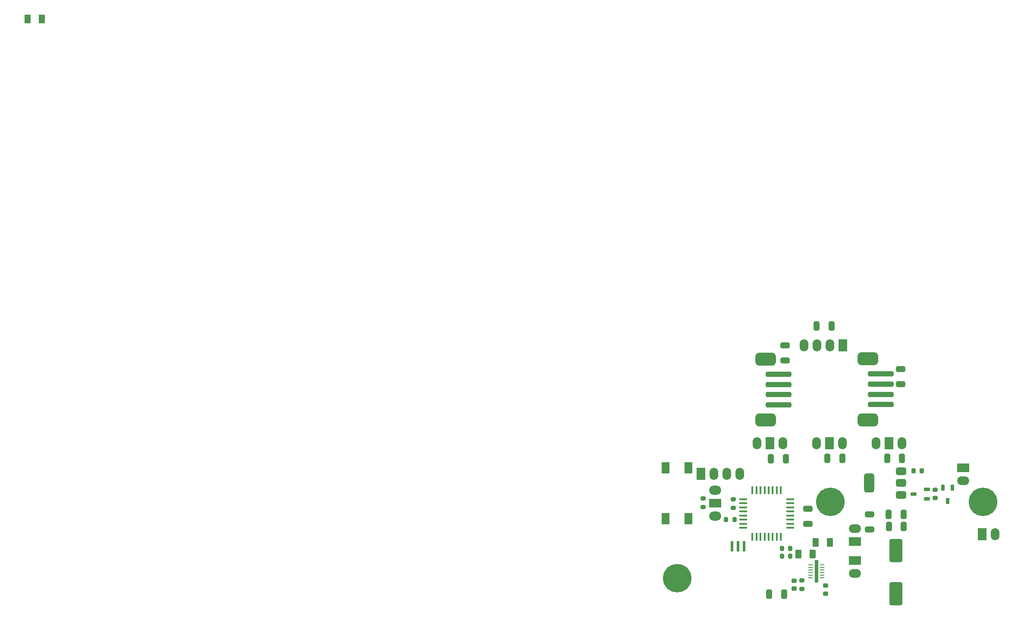
<source format=gbr>
%TF.GenerationSoftware,KiCad,Pcbnew,9.0.6*%
%TF.CreationDate,2026-01-16T11:33:55+01:00*%
%TF.ProjectId,Sumositoire_reborn,53756d6f-7369-4746-9f69-72655f726562,rev?*%
%TF.SameCoordinates,Original*%
%TF.FileFunction,Soldermask,Top*%
%TF.FilePolarity,Negative*%
%FSLAX46Y46*%
G04 Gerber Fmt 4.6, Leading zero omitted, Abs format (unit mm)*
G04 Created by KiCad (PCBNEW 9.0.6) date 2026-01-16 11:33:55*
%MOMM*%
%LPD*%
G01*
G04 APERTURE LIST*
G04 Aperture macros list*
%AMRoundRect*
0 Rectangle with rounded corners*
0 $1 Rounding radius*
0 $2 $3 $4 $5 $6 $7 $8 $9 X,Y pos of 4 corners*
0 Add a 4 corners polygon primitive as box body*
4,1,4,$2,$3,$4,$5,$6,$7,$8,$9,$2,$3,0*
0 Add four circle primitives for the rounded corners*
1,1,$1+$1,$2,$3*
1,1,$1+$1,$4,$5*
1,1,$1+$1,$6,$7*
1,1,$1+$1,$8,$9*
0 Add four rect primitives between the rounded corners*
20,1,$1+$1,$2,$3,$4,$5,0*
20,1,$1+$1,$4,$5,$6,$7,0*
20,1,$1+$1,$6,$7,$8,$9,0*
20,1,$1+$1,$8,$9,$2,$3,0*%
G04 Aperture macros list end*
%ADD10RoundRect,0.250000X-0.325000X-0.650000X0.325000X-0.650000X0.325000X0.650000X-0.325000X0.650000X0*%
%ADD11C,5.600000*%
%ADD12RoundRect,0.200000X0.275000X-0.200000X0.275000X0.200000X-0.275000X0.200000X-0.275000X-0.200000X0*%
%ADD13O,1.700000X2.400000*%
%ADD14R,1.700000X2.400000*%
%ADD15RoundRect,0.162500X0.447500X0.162500X-0.447500X0.162500X-0.447500X-0.162500X0.447500X-0.162500X0*%
%ADD16RoundRect,0.250000X0.650000X-0.325000X0.650000X0.325000X-0.650000X0.325000X-0.650000X-0.325000X0*%
%ADD17RoundRect,0.225000X-0.225000X-0.250000X0.225000X-0.250000X0.225000X0.250000X-0.225000X0.250000X0*%
%ADD18RoundRect,0.200000X-0.275000X0.200000X-0.275000X-0.200000X0.275000X-0.200000X0.275000X0.200000X0*%
%ADD19RoundRect,0.200000X-0.200000X-0.275000X0.200000X-0.275000X0.200000X0.275000X-0.200000X0.275000X0*%
%ADD20R,0.600000X2.100000*%
%ADD21RoundRect,0.250000X0.325000X0.650000X-0.325000X0.650000X-0.325000X-0.650000X0.325000X-0.650000X0*%
%ADD22RoundRect,0.162500X-0.162500X0.447500X-0.162500X-0.447500X0.162500X-0.447500X0.162500X0.447500X0*%
%ADD23RoundRect,0.250000X0.375000X0.625000X-0.375000X0.625000X-0.375000X-0.625000X0.375000X-0.625000X0*%
%ADD24RoundRect,0.625000X1.375000X-0.625000X1.375000X0.625000X-1.375000X0.625000X-1.375000X-0.625000X0*%
%ADD25RoundRect,0.250000X2.250000X-0.250000X2.250000X0.250000X-2.250000X0.250000X-2.250000X-0.250000X0*%
%ADD26O,2.400000X1.800000*%
%ADD27R,2.400000X1.800000*%
%ADD28R,0.901500X0.289380*%
%ADD29R,0.901500X0.289000*%
%ADD30R,0.901500X0.279400*%
%ADD31R,0.901500X0.290780*%
%ADD32R,0.901500X0.290400*%
%ADD33R,0.800050X4.400000*%
%ADD34R,0.901500X0.290020*%
%ADD35R,0.901500X0.288620*%
%ADD36RoundRect,0.375000X0.625000X0.375000X-0.625000X0.375000X-0.625000X-0.375000X0.625000X-0.375000X0*%
%ADD37RoundRect,0.500000X0.500000X1.400000X-0.500000X1.400000X-0.500000X-1.400000X0.500000X-1.400000X0*%
%ADD38RoundRect,0.250000X-1.000000X2.000000X-1.000000X-2.000000X1.000000X-2.000000X1.000000X2.000000X0*%
%ADD39R,1.500000X0.450000*%
%ADD40R,0.450000X1.500000*%
%ADD41R,1.500000X2.200000*%
%ADD42RoundRect,0.250000X-0.650000X0.325000X-0.650000X-0.325000X0.650000X-0.325000X0.650000X0.325000X0*%
%ADD43RoundRect,0.225000X0.250000X-0.225000X0.250000X0.225000X-0.250000X0.225000X-0.250000X-0.225000X0*%
%ADD44RoundRect,0.250000X-0.375000X-0.625000X0.375000X-0.625000X0.375000X0.625000X-0.375000X0.625000X0*%
%ADD45R,2.400000X1.700000*%
%ADD46O,2.400000X1.700000*%
G04 APERTURE END LIST*
D10*
%TO.C,C7*%
X155785000Y-61430000D03*
X158735000Y-61430000D03*
%TD*%
D11*
%TO.C,H1*%
X128500000Y-111000000D03*
%TD*%
D12*
%TO.C,R3*%
X139500000Y-97150000D03*
X139500000Y-95500000D03*
%TD*%
D13*
%TO.C,J1*%
X140775000Y-90525000D03*
X138235000Y-90525000D03*
X135695000Y-90525000D03*
D14*
X133155000Y-90525000D03*
%TD*%
D15*
%TO.C,S2*%
X177490000Y-95420000D03*
X177490000Y-93520000D03*
X174870000Y-94470000D03*
%TD*%
D16*
%TO.C,C9*%
X172330000Y-72880000D03*
X172330000Y-69930000D03*
%TD*%
D11*
%TO.C,H2*%
X158500000Y-96000000D03*
%TD*%
D17*
%TO.C,C2*%
X174900000Y-89890000D03*
X176450000Y-89890000D03*
%TD*%
D14*
%TO.C,J5*%
X160990000Y-65270000D03*
D13*
X158450000Y-65270000D03*
X155910000Y-65270000D03*
X153370000Y-65270000D03*
%TD*%
D18*
%TO.C,R11*%
X179070000Y-93615000D03*
X179070000Y-95265000D03*
%TD*%
%TO.C,R2*%
X152922500Y-111429300D03*
X152922500Y-113079300D03*
%TD*%
D12*
%TO.C,R1*%
X133500000Y-97000000D03*
X133500000Y-95350000D03*
%TD*%
D16*
%TO.C,C14*%
X154075000Y-100325000D03*
X154075000Y-97375000D03*
%TD*%
D19*
%TO.C,R5*%
X138050000Y-99475000D03*
X139700000Y-99475000D03*
%TD*%
D20*
%TO.C,Y1*%
X139225000Y-104725000D03*
X140425000Y-104725000D03*
X141625000Y-104725000D03*
%TD*%
D11*
%TO.C,H3*%
X188500000Y-96000000D03*
%TD*%
D21*
%TO.C,C12*%
X149460000Y-114080000D03*
X146510000Y-114080000D03*
%TD*%
D22*
%TO.C,S1*%
X182480000Y-93170000D03*
X180580000Y-93170000D03*
X181530000Y-95790000D03*
%TD*%
D21*
%TO.C,C6*%
X149800000Y-87550000D03*
X146850000Y-87550000D03*
%TD*%
D23*
%TO.C,D1*%
X155040000Y-106270000D03*
X152240000Y-106270000D03*
%TD*%
D24*
%TO.C,J13*%
X165887500Y-79880000D03*
X165887500Y-67880000D03*
D25*
X168437500Y-76880000D03*
X168437500Y-74880000D03*
X168437500Y-72880000D03*
X168437500Y-70880000D03*
%TD*%
D19*
%TO.C,R10*%
X149020000Y-105150000D03*
X150670000Y-105150000D03*
%TD*%
D26*
%TO.C,U5*%
X135900000Y-93725000D03*
D27*
X135900000Y-96265000D03*
D26*
X135900000Y-98805000D03*
%TD*%
D21*
%TO.C,C8*%
X160895000Y-87430000D03*
X157945000Y-87430000D03*
%TD*%
D23*
%TO.C,D2*%
X158420000Y-103970000D03*
X155620000Y-103970000D03*
%TD*%
D28*
%TO.C,U4*%
X156934250Y-110873990D03*
D29*
X156934250Y-110373800D03*
D30*
X156934250Y-109878220D03*
D31*
X156934250Y-109374690D03*
D32*
X156934250Y-108874500D03*
D33*
X155784975Y-109629300D03*
D34*
X156934250Y-108374310D03*
D30*
X154635750Y-108379620D03*
X154635750Y-108880000D03*
D31*
X154635750Y-109374690D03*
D35*
X154635750Y-109873610D03*
D29*
X154635750Y-110373800D03*
D30*
X154635750Y-110878980D03*
%TD*%
D36*
%TO.C,U3*%
X172440000Y-94610000D03*
X172440000Y-92310000D03*
D37*
X166140000Y-92310000D03*
D36*
X172440000Y-90010000D03*
%TD*%
D38*
%TO.C,C1*%
X171410105Y-105550000D03*
X171410105Y-114050000D03*
%TD*%
D39*
%TO.C,U1*%
X141410000Y-95480000D03*
X141410000Y-96280000D03*
X141410000Y-97080000D03*
X141410000Y-97880000D03*
X141410000Y-98680000D03*
X141410000Y-99480000D03*
X141410000Y-100280000D03*
X141410000Y-101080000D03*
D40*
X143210000Y-102880000D03*
X144010000Y-102880000D03*
X144810000Y-102880000D03*
X145610000Y-102880000D03*
X146410000Y-102880000D03*
X147210000Y-102880000D03*
X148010000Y-102880000D03*
X148810000Y-102880000D03*
D39*
X150610000Y-101080000D03*
X150610000Y-100280000D03*
X150610000Y-99480000D03*
X150610000Y-98680000D03*
X150610000Y-97880000D03*
X150610000Y-97080000D03*
X150610000Y-96280000D03*
X150610000Y-95480000D03*
D40*
X148810000Y-93680000D03*
X148010000Y-93680000D03*
X147210000Y-93680000D03*
X146410000Y-93680000D03*
X145610000Y-93680000D03*
X144810000Y-93680000D03*
X144010000Y-93680000D03*
X143210000Y-93680000D03*
%TD*%
D13*
%TO.C,J11*%
X190875000Y-102325000D03*
D14*
X188335000Y-102325000D03*
%TD*%
D41*
%TO.C,SW1*%
X126135000Y-99330000D03*
X126135000Y-89330000D03*
X130635000Y-99330000D03*
X130635000Y-89330000D03*
%TD*%
D42*
%TO.C,C4*%
X166189434Y-98439684D03*
X166189434Y-101389684D03*
%TD*%
%TO.C,C11*%
X149660000Y-65295000D03*
X149660000Y-68245000D03*
%TD*%
D10*
%TO.C,C3*%
X170000000Y-100829749D03*
X172950000Y-100829749D03*
%TD*%
D43*
%TO.C,C16*%
X151440862Y-113026783D03*
X151440862Y-111476783D03*
%TD*%
D10*
%TO.C,C13*%
X169989434Y-98459684D03*
X172939434Y-98459684D03*
%TD*%
D24*
%TO.C,J2*%
X145790000Y-79950000D03*
X145790000Y-67950000D03*
D25*
X148340000Y-76950000D03*
X148340000Y-74950000D03*
X148340000Y-72950000D03*
X148340000Y-70950000D03*
%TD*%
D44*
%TO.C,R6*%
X945000Y-1195000D03*
X3745000Y-1195000D03*
%TD*%
D21*
%TO.C,C5*%
X172605000Y-87410000D03*
X169655000Y-87410000D03*
%TD*%
D19*
%TO.C,R9*%
X149010000Y-106660000D03*
X150660000Y-106660000D03*
%TD*%
D43*
%TO.C,C15*%
X157610000Y-114005000D03*
X157610000Y-112455000D03*
%TD*%
D45*
%TO.C,J4*%
X163375000Y-103800000D03*
D46*
X163375000Y-101260000D03*
%TD*%
D45*
%TO.C,J3*%
X163380000Y-107550000D03*
D46*
X163380000Y-110090000D03*
%TD*%
D13*
%TO.C,J7*%
X160900000Y-84500000D03*
D14*
X158360000Y-84500000D03*
D13*
X155820000Y-84500000D03*
%TD*%
%TO.C,J6*%
X149190000Y-84500000D03*
D14*
X146650000Y-84500000D03*
D13*
X144110000Y-84500000D03*
%TD*%
%TO.C,J8*%
X172610000Y-84500000D03*
D14*
X170070000Y-84500000D03*
D13*
X167530000Y-84500000D03*
%TD*%
D45*
%TO.C,J12*%
X184600000Y-89300000D03*
D46*
X184600000Y-91840000D03*
%TD*%
M02*

</source>
